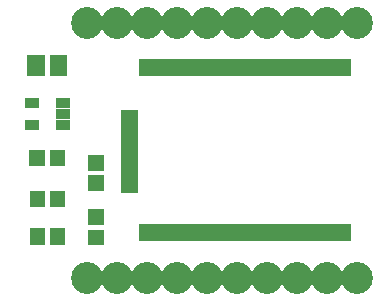
<source format=gbr>
%FSLAX32Y32*%
%MOMM*%
%LNMASQUESOUDURE1*%
G71*
G01*
%ADD10C, 2.70*%
%LPD*%
X989Y2353D02*
G54D10*
D03*
X1243Y2353D02*
G54D10*
D03*
X1497Y2353D02*
G54D10*
D03*
X1751Y2353D02*
G54D10*
D03*
X2005Y2353D02*
G54D10*
D03*
X2259Y2353D02*
G54D10*
D03*
X2513Y2353D02*
G54D10*
D03*
X2767Y2353D02*
G54D10*
D03*
X989Y194D02*
G54D10*
D03*
X1243Y194D02*
G54D10*
D03*
X1497Y194D02*
G54D10*
D03*
X1751Y194D02*
G54D10*
D03*
X2005Y194D02*
G54D10*
D03*
X2259Y194D02*
G54D10*
D03*
X2513Y194D02*
G54D10*
D03*
X2767Y194D02*
G54D10*
D03*
X735Y194D02*
G54D10*
D03*
G36*
X2871Y646D02*
X2971Y646D01*
X2971Y506D01*
X2871Y506D01*
X2871Y646D01*
G37*
G36*
X2771Y646D02*
X2871Y646D01*
X2871Y506D01*
X2771Y506D01*
X2771Y646D01*
G37*
G36*
X2671Y646D02*
X2771Y646D01*
X2771Y506D01*
X2671Y506D01*
X2671Y646D01*
G37*
G36*
X2571Y646D02*
X2671Y646D01*
X2671Y506D01*
X2571Y506D01*
X2571Y646D01*
G37*
G36*
X2471Y646D02*
X2571Y646D01*
X2571Y506D01*
X2471Y506D01*
X2471Y646D01*
G37*
G36*
X2371Y646D02*
X2471Y646D01*
X2471Y506D01*
X2371Y506D01*
X2371Y646D01*
G37*
G36*
X2271Y646D02*
X2371Y646D01*
X2371Y506D01*
X2271Y506D01*
X2271Y646D01*
G37*
G36*
X2171Y646D02*
X2271Y646D01*
X2271Y506D01*
X2171Y506D01*
X2171Y646D01*
G37*
G36*
X2071Y646D02*
X2171Y646D01*
X2171Y506D01*
X2071Y506D01*
X2071Y646D01*
G37*
G36*
X1971Y646D02*
X2071Y646D01*
X2071Y506D01*
X1971Y506D01*
X1971Y646D01*
G37*
G36*
X1871Y646D02*
X1971Y646D01*
X1971Y506D01*
X1871Y506D01*
X1871Y646D01*
G37*
G36*
X1771Y646D02*
X1871Y646D01*
X1871Y506D01*
X1771Y506D01*
X1771Y646D01*
G37*
G36*
X1671Y646D02*
X1771Y646D01*
X1771Y506D01*
X1671Y506D01*
X1671Y646D01*
G37*
G36*
X1571Y646D02*
X1671Y646D01*
X1671Y506D01*
X1571Y506D01*
X1571Y646D01*
G37*
G36*
X1471Y646D02*
X1571Y646D01*
X1571Y506D01*
X1471Y506D01*
X1471Y646D01*
G37*
G36*
X1371Y646D02*
X1471Y646D01*
X1471Y506D01*
X1371Y506D01*
X1371Y646D01*
G37*
G36*
X1271Y646D02*
X1371Y646D01*
X1371Y506D01*
X1271Y506D01*
X1271Y646D01*
G37*
G36*
X1171Y646D02*
X1271Y646D01*
X1271Y506D01*
X1171Y506D01*
X1171Y646D01*
G37*
G36*
X2871Y2043D02*
X2971Y2043D01*
X2971Y1903D01*
X2871Y1903D01*
X2871Y2043D01*
G37*
G36*
X2771Y2043D02*
X2871Y2043D01*
X2871Y1903D01*
X2771Y1903D01*
X2771Y2043D01*
G37*
G36*
X2671Y2043D02*
X2771Y2043D01*
X2771Y1903D01*
X2671Y1903D01*
X2671Y2043D01*
G37*
G36*
X2571Y2043D02*
X2671Y2043D01*
X2671Y1903D01*
X2571Y1903D01*
X2571Y2043D01*
G37*
G36*
X2471Y2043D02*
X2571Y2043D01*
X2571Y1903D01*
X2471Y1903D01*
X2471Y2043D01*
G37*
G36*
X2371Y2043D02*
X2471Y2043D01*
X2471Y1903D01*
X2371Y1903D01*
X2371Y2043D01*
G37*
G36*
X2271Y2043D02*
X2371Y2043D01*
X2371Y1903D01*
X2271Y1903D01*
X2271Y2043D01*
G37*
G36*
X2171Y2043D02*
X2271Y2043D01*
X2271Y1903D01*
X2171Y1903D01*
X2171Y2043D01*
G37*
G36*
X2071Y2043D02*
X2171Y2043D01*
X2171Y1903D01*
X2071Y1903D01*
X2071Y2043D01*
G37*
G36*
X1971Y2043D02*
X2071Y2043D01*
X2071Y1903D01*
X1971Y1903D01*
X1971Y2043D01*
G37*
G36*
X1871Y2043D02*
X1971Y2043D01*
X1971Y1903D01*
X1871Y1903D01*
X1871Y2043D01*
G37*
G36*
X1771Y2043D02*
X1871Y2043D01*
X1871Y1903D01*
X1771Y1903D01*
X1771Y2043D01*
G37*
G36*
X1671Y2043D02*
X1771Y2043D01*
X1771Y1903D01*
X1671Y1903D01*
X1671Y2043D01*
G37*
G36*
X1571Y2043D02*
X1671Y2043D01*
X1671Y1903D01*
X1571Y1903D01*
X1571Y2043D01*
G37*
G36*
X1471Y2043D02*
X1571Y2043D01*
X1571Y1903D01*
X1471Y1903D01*
X1471Y2043D01*
G37*
G36*
X1371Y2043D02*
X1471Y2043D01*
X1471Y1903D01*
X1371Y1903D01*
X1371Y2043D01*
G37*
G36*
X1271Y2043D02*
X1371Y2043D01*
X1371Y1903D01*
X1271Y1903D01*
X1271Y2043D01*
G37*
G36*
X1171Y2043D02*
X1271Y2043D01*
X1271Y1903D01*
X1171Y1903D01*
X1171Y2043D01*
G37*
G36*
X1025Y1513D02*
X1025Y1613D01*
X1165Y1613D01*
X1165Y1513D01*
X1025Y1513D01*
G37*
G36*
X1025Y1413D02*
X1025Y1513D01*
X1165Y1513D01*
X1165Y1413D01*
X1025Y1413D01*
G37*
G36*
X1025Y1313D02*
X1025Y1413D01*
X1165Y1413D01*
X1165Y1313D01*
X1025Y1313D01*
G37*
G36*
X1025Y1213D02*
X1025Y1313D01*
X1165Y1313D01*
X1165Y1213D01*
X1025Y1213D01*
G37*
G36*
X1025Y1113D02*
X1025Y1213D01*
X1165Y1213D01*
X1165Y1113D01*
X1025Y1113D01*
G37*
G36*
X1025Y1013D02*
X1025Y1113D01*
X1165Y1113D01*
X1165Y1013D01*
X1025Y1013D01*
G37*
G36*
X1025Y913D02*
X1025Y1013D01*
X1165Y1013D01*
X1165Y913D01*
X1025Y913D01*
G37*
X3021Y2353D02*
G54D10*
D03*
X735Y2353D02*
G54D10*
D03*
X3021Y194D02*
G54D10*
D03*
G36*
X468Y1443D02*
X468Y1529D01*
X587Y1529D01*
X587Y1443D01*
X468Y1443D01*
G37*
G36*
X468Y1537D02*
X468Y1623D01*
X587Y1623D01*
X587Y1537D01*
X468Y1537D01*
G37*
G36*
X468Y1633D02*
X468Y1719D01*
X587Y1719D01*
X587Y1633D01*
X468Y1633D01*
G37*
G36*
X209Y1633D02*
X209Y1719D01*
X328Y1719D01*
X328Y1633D01*
X209Y1633D01*
G37*
G36*
X209Y1443D02*
X209Y1529D01*
X328Y1529D01*
X328Y1443D01*
X209Y1443D01*
G37*
G36*
X228Y2081D02*
X378Y2081D01*
X378Y1901D01*
X228Y1901D01*
X228Y2081D01*
G37*
G36*
X418Y2081D02*
X568Y2081D01*
X568Y1901D01*
X418Y1901D01*
X418Y2081D01*
G37*
G36*
X546Y1140D02*
X416Y1140D01*
X416Y1280D01*
X546Y1280D01*
X546Y1140D01*
G37*
G36*
X376Y1140D02*
X246Y1140D01*
X246Y1280D01*
X376Y1280D01*
X376Y1140D01*
G37*
G36*
X739Y933D02*
X739Y1063D01*
X879Y1063D01*
X879Y933D01*
X739Y933D01*
G37*
G36*
X739Y1103D02*
X739Y1233D01*
X879Y1233D01*
X879Y1103D01*
X739Y1103D01*
G37*
G36*
X547Y791D02*
X417Y791D01*
X417Y931D01*
X547Y931D01*
X547Y791D01*
G37*
G36*
X377Y791D02*
X247Y791D01*
X247Y931D01*
X377Y931D01*
X377Y791D01*
G37*
G36*
X547Y473D02*
X417Y473D01*
X417Y613D01*
X547Y613D01*
X547Y473D01*
G37*
G36*
X377Y473D02*
X247Y473D01*
X247Y613D01*
X377Y613D01*
X377Y473D01*
G37*
G36*
X739Y473D02*
X739Y603D01*
X879Y603D01*
X879Y473D01*
X739Y473D01*
G37*
G36*
X739Y643D02*
X739Y773D01*
X879Y773D01*
X879Y643D01*
X739Y643D01*
G37*
M02*

</source>
